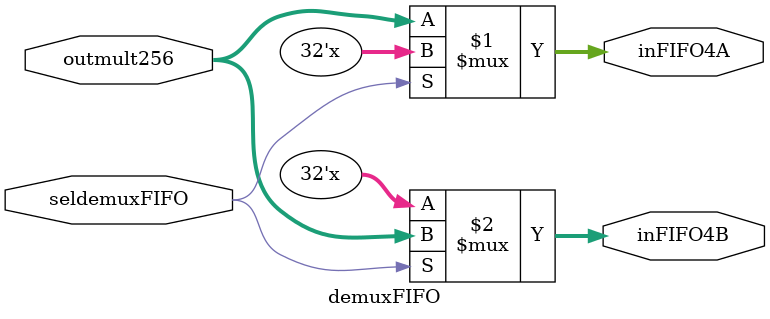
<source format=v>
module demuxFIFO(
	outmult256,seldemuxFIFO,inFIFO4A,inFIFO4B);
	
	input [31:0]outmult256;
	input seldemuxFIFO;
	output [31:0]inFIFO4A;
	output [31:0]inFIFO4B;
	
	assign inFIFO4A = (seldemuxFIFO)?32'bz:outmult256;
	assign inFIFO4B = (seldemuxFIFO)?outmult256:32'bz;
endmodule
</source>
